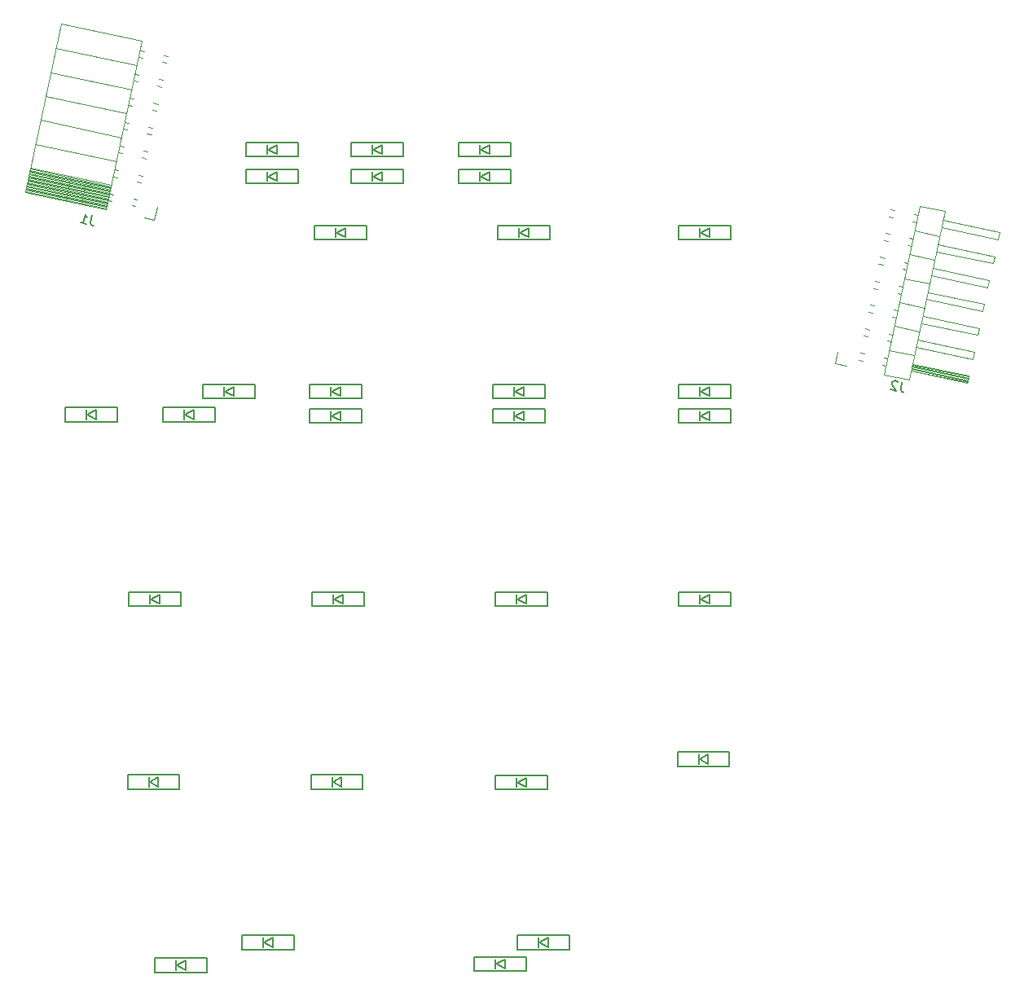
<source format=gbo>
G04 #@! TF.GenerationSoftware,KiCad,Pcbnew,(5.1.5-0-10_14)*
G04 #@! TF.CreationDate,2020-05-14T06:03:15+09:00*
G04 #@! TF.ProjectId,Colice,436f6c69-6365-42e6-9b69-6361645f7063,rev?*
G04 #@! TF.SameCoordinates,Original*
G04 #@! TF.FileFunction,Legend,Bot*
G04 #@! TF.FilePolarity,Positive*
%FSLAX46Y46*%
G04 Gerber Fmt 4.6, Leading zero omitted, Abs format (unit mm)*
G04 Created by KiCad (PCBNEW (5.1.5-0-10_14)) date 2020-05-14 06:03:15*
%MOMM*%
%LPD*%
G04 APERTURE LIST*
%ADD10C,0.120000*%
%ADD11C,0.150000*%
G04 APERTURE END LIST*
D10*
X60480383Y-42169434D02*
X68921796Y-43963712D01*
X60504936Y-42053920D02*
X68946350Y-43848197D01*
X60529489Y-41938405D02*
X68970903Y-43732683D01*
X60554043Y-41822891D02*
X68995456Y-43617169D01*
X60578596Y-41707377D02*
X69020010Y-43501654D01*
X60603149Y-41591862D02*
X69044563Y-43386140D01*
X60627703Y-41476348D02*
X69069116Y-43270626D01*
X60652256Y-41360834D02*
X69093670Y-43155111D01*
X60676809Y-41245319D02*
X69118223Y-43039597D01*
X60701363Y-41129805D02*
X69142776Y-42924083D01*
X60725916Y-41014291D02*
X69167330Y-42808568D01*
X60750469Y-40898776D02*
X69191883Y-42693054D01*
X60775023Y-40783262D02*
X69216436Y-42577540D01*
X60799576Y-40667748D02*
X69240990Y-42462025D01*
X60824129Y-40552233D02*
X69265543Y-42346511D01*
X60848683Y-40436719D02*
X69290096Y-42230997D01*
X60873236Y-40321204D02*
X69314650Y-42115482D01*
X60897789Y-40205690D02*
X69339203Y-41999968D01*
X60922343Y-40090176D02*
X69363756Y-41884454D01*
X60946896Y-39974661D02*
X69388310Y-41768939D01*
X60971449Y-39859147D02*
X69412863Y-41653425D01*
X69098521Y-43132286D02*
X69499562Y-43217530D01*
X71553672Y-43654145D02*
X71925368Y-43733151D01*
X69248218Y-42428020D02*
X69649258Y-42513264D01*
X71703368Y-42949878D02*
X72075064Y-43028885D01*
X69626617Y-40647791D02*
X70027658Y-40733035D01*
X72081768Y-41169650D02*
X72512153Y-41261131D01*
X69776314Y-39943525D02*
X70177354Y-40028769D01*
X72231464Y-40465384D02*
X72661849Y-40556865D01*
X70154713Y-38163297D02*
X70555753Y-38248540D01*
X72609863Y-38685155D02*
X73040248Y-38776636D01*
X70304409Y-37459030D02*
X70705450Y-37544274D01*
X72759560Y-37980889D02*
X73189945Y-38072370D01*
X70682808Y-35678802D02*
X71083849Y-35764045D01*
X73137959Y-36200660D02*
X73568344Y-36292141D01*
X70832505Y-34974535D02*
X71233545Y-35059779D01*
X73287655Y-35496394D02*
X73718040Y-35587875D01*
X71210904Y-33194307D02*
X71611945Y-33279551D01*
X73666055Y-33716165D02*
X74096440Y-33807646D01*
X71360601Y-32490040D02*
X71761641Y-32575284D01*
X73815751Y-33011899D02*
X74246136Y-33103380D01*
X71739000Y-30709812D02*
X72140040Y-30795056D01*
X74194150Y-31231670D02*
X74624535Y-31323151D01*
X71888696Y-30005546D02*
X72289737Y-30090789D01*
X74343847Y-30527404D02*
X74774232Y-30618885D01*
X72267096Y-28225317D02*
X72668136Y-28310561D01*
X74722246Y-28747175D02*
X75152631Y-28838656D01*
X72416792Y-27521051D02*
X72817832Y-27606294D01*
X74871942Y-28042909D02*
X75302327Y-28134390D01*
X60996004Y-39743628D02*
X69437417Y-41537906D01*
X61524099Y-37259133D02*
X69965513Y-39053411D01*
X62052195Y-34774638D02*
X70493609Y-36568916D01*
X62580291Y-32290143D02*
X71021705Y-34084421D01*
X63108386Y-29805648D02*
X71549800Y-31599926D01*
X63636482Y-27321153D02*
X72077896Y-29115431D01*
X60455433Y-42286812D02*
X68896847Y-44081090D01*
X68896847Y-44081090D02*
X72618466Y-26572247D01*
X64177053Y-24777970D02*
X72618466Y-26572247D01*
X60455433Y-42286812D02*
X64177053Y-24777970D01*
X73895181Y-45143518D02*
X74171704Y-43842582D01*
X72809437Y-44912736D02*
X73895181Y-45143518D01*
D11*
X85325000Y-120253630D02*
X86225000Y-119753630D01*
X86225000Y-119753630D02*
X86225000Y-120753630D01*
X86225000Y-120753630D02*
X85325000Y-120253630D01*
X85225000Y-119753630D02*
X85225000Y-120753630D01*
X88425000Y-119503630D02*
X83025000Y-119503630D01*
X83025000Y-119503630D02*
X83025000Y-121003630D01*
X83025000Y-121003630D02*
X88425000Y-121003630D01*
X88425000Y-121003630D02*
X88425000Y-119503630D01*
X133668750Y-101953550D02*
X133668750Y-100453550D01*
X128268750Y-101953550D02*
X133668750Y-101953550D01*
X128268750Y-100453550D02*
X128268750Y-101953550D01*
X133668750Y-100453550D02*
X128268750Y-100453550D01*
X130468750Y-100703550D02*
X130468750Y-101703550D01*
X131468750Y-101703550D02*
X130568750Y-101203550D01*
X131468750Y-100703550D02*
X131468750Y-101703550D01*
X130568750Y-101203550D02*
X131468750Y-100703550D01*
X95568750Y-104334810D02*
X95568750Y-102834810D01*
X90168750Y-104334810D02*
X95568750Y-104334810D01*
X90168750Y-102834810D02*
X90168750Y-104334810D01*
X95568750Y-102834810D02*
X90168750Y-102834810D01*
X92368750Y-103084810D02*
X92368750Y-104084810D01*
X93368750Y-104084810D02*
X92468750Y-103584810D01*
X93368750Y-103084810D02*
X93368750Y-104084810D01*
X92468750Y-103584810D02*
X93368750Y-103084810D01*
X114968000Y-47232000D02*
X114968000Y-45732000D01*
X109568000Y-47232000D02*
X114968000Y-47232000D01*
X109568000Y-45732000D02*
X109568000Y-47232000D01*
X114968000Y-45732000D02*
X109568000Y-45732000D01*
X111768000Y-45982000D02*
X111768000Y-46982000D01*
X112768000Y-46982000D02*
X111868000Y-46482000D01*
X112768000Y-45982000D02*
X112768000Y-46982000D01*
X111868000Y-46482000D02*
X112768000Y-45982000D01*
X114460000Y-66282000D02*
X114460000Y-64782000D01*
X109060000Y-66282000D02*
X114460000Y-66282000D01*
X109060000Y-64782000D02*
X109060000Y-66282000D01*
X114460000Y-64782000D02*
X109060000Y-64782000D01*
X111260000Y-65032000D02*
X111260000Y-66032000D01*
X112260000Y-66032000D02*
X111360000Y-65532000D01*
X112260000Y-65032000D02*
X112260000Y-66032000D01*
X111360000Y-65532000D02*
X112260000Y-65032000D01*
X112555000Y-123254200D02*
X112555000Y-121754200D01*
X107155000Y-123254200D02*
X112555000Y-123254200D01*
X107155000Y-121754200D02*
X107155000Y-123254200D01*
X112555000Y-121754200D02*
X107155000Y-121754200D01*
X109355000Y-122004200D02*
X109355000Y-123004200D01*
X110355000Y-123004200D02*
X109455000Y-122504200D01*
X110355000Y-122004200D02*
X110355000Y-123004200D01*
X109455000Y-122504200D02*
X110355000Y-122004200D01*
X66910000Y-65405000D02*
X67810000Y-64905000D01*
X67810000Y-64905000D02*
X67810000Y-65905000D01*
X67810000Y-65905000D02*
X66910000Y-65405000D01*
X66810000Y-64905000D02*
X66810000Y-65905000D01*
X70010000Y-64655000D02*
X64610000Y-64655000D01*
X64610000Y-64655000D02*
X64610000Y-66155000D01*
X64610000Y-66155000D02*
X70010000Y-66155000D01*
X70010000Y-66155000D02*
X70010000Y-64655000D01*
X80170000Y-66155000D02*
X80170000Y-64655000D01*
X74770000Y-66155000D02*
X80170000Y-66155000D01*
X74770000Y-64655000D02*
X74770000Y-66155000D01*
X80170000Y-64655000D02*
X74770000Y-64655000D01*
X76970000Y-64905000D02*
X76970000Y-65905000D01*
X77970000Y-65905000D02*
X77070000Y-65405000D01*
X77970000Y-64905000D02*
X77970000Y-65905000D01*
X77070000Y-65405000D02*
X77970000Y-64905000D01*
X73514000Y-84582000D02*
X74414000Y-84082000D01*
X74414000Y-84082000D02*
X74414000Y-85082000D01*
X74414000Y-85082000D02*
X73514000Y-84582000D01*
X73414000Y-84082000D02*
X73414000Y-85082000D01*
X76614000Y-83832000D02*
X71214000Y-83832000D01*
X71214000Y-83832000D02*
X71214000Y-85332000D01*
X71214000Y-85332000D02*
X76614000Y-85332000D01*
X76614000Y-85332000D02*
X76614000Y-83832000D01*
X73418750Y-103584810D02*
X74318750Y-103084810D01*
X74318750Y-103084810D02*
X74318750Y-104084810D01*
X74318750Y-104084810D02*
X73418750Y-103584810D01*
X73318750Y-103084810D02*
X73318750Y-104084810D01*
X76518750Y-102834810D02*
X71118750Y-102834810D01*
X71118750Y-102834810D02*
X71118750Y-104334810D01*
X71118750Y-104334810D02*
X76518750Y-104334810D01*
X76518750Y-104334810D02*
X76518750Y-102834810D01*
X79366601Y-123390115D02*
X79366601Y-121890115D01*
X73966601Y-123390115D02*
X79366601Y-123390115D01*
X73966601Y-121890115D02*
X73966601Y-123390115D01*
X79366601Y-121890115D02*
X73966601Y-121890115D01*
X76166601Y-122140115D02*
X76166601Y-123140115D01*
X77166601Y-123140115D02*
X76266601Y-122640115D01*
X77166601Y-122140115D02*
X77166601Y-123140115D01*
X76266601Y-122640115D02*
X77166601Y-122140115D01*
X92310000Y-62992000D02*
X93210000Y-62492000D01*
X93210000Y-62492000D02*
X93210000Y-63492000D01*
X93210000Y-63492000D02*
X92310000Y-62992000D01*
X92210000Y-62492000D02*
X92210000Y-63492000D01*
X95410000Y-62242000D02*
X90010000Y-62242000D01*
X90010000Y-62242000D02*
X90010000Y-63742000D01*
X90010000Y-63742000D02*
X95410000Y-63742000D01*
X95410000Y-63742000D02*
X95410000Y-62242000D01*
X95918000Y-47232000D02*
X95918000Y-45732000D01*
X90518000Y-47232000D02*
X95918000Y-47232000D01*
X90518000Y-45732000D02*
X90518000Y-47232000D01*
X95918000Y-45732000D02*
X90518000Y-45732000D01*
X92718000Y-45982000D02*
X92718000Y-46982000D01*
X93718000Y-46982000D02*
X92818000Y-46482000D01*
X93718000Y-45982000D02*
X93718000Y-46982000D01*
X92818000Y-46482000D02*
X93718000Y-45982000D01*
X92310000Y-65532000D02*
X93210000Y-65032000D01*
X93210000Y-65032000D02*
X93210000Y-66032000D01*
X93210000Y-66032000D02*
X92310000Y-65532000D01*
X92210000Y-65032000D02*
X92210000Y-66032000D01*
X95410000Y-64782000D02*
X90010000Y-64782000D01*
X90010000Y-64782000D02*
X90010000Y-66282000D01*
X90010000Y-66282000D02*
X95410000Y-66282000D01*
X95410000Y-66282000D02*
X95410000Y-64782000D01*
X92564000Y-84582000D02*
X93464000Y-84082000D01*
X93464000Y-84082000D02*
X93464000Y-85082000D01*
X93464000Y-85082000D02*
X92564000Y-84582000D01*
X92464000Y-84082000D02*
X92464000Y-85082000D01*
X95664000Y-83832000D02*
X90264000Y-83832000D01*
X90264000Y-83832000D02*
X90264000Y-85332000D01*
X90264000Y-85332000D02*
X95664000Y-85332000D01*
X95664000Y-85332000D02*
X95664000Y-83832000D01*
X111360000Y-62992000D02*
X112260000Y-62492000D01*
X112260000Y-62492000D02*
X112260000Y-63492000D01*
X112260000Y-63492000D02*
X111360000Y-62992000D01*
X111260000Y-62492000D02*
X111260000Y-63492000D01*
X114460000Y-62242000D02*
X109060000Y-62242000D01*
X109060000Y-62242000D02*
X109060000Y-63742000D01*
X109060000Y-63742000D02*
X114460000Y-63742000D01*
X114460000Y-63742000D02*
X114460000Y-62242000D01*
X114714000Y-85332000D02*
X114714000Y-83832000D01*
X109314000Y-85332000D02*
X114714000Y-85332000D01*
X109314000Y-83832000D02*
X109314000Y-85332000D01*
X114714000Y-83832000D02*
X109314000Y-83832000D01*
X111514000Y-84082000D02*
X111514000Y-85082000D01*
X112514000Y-85082000D02*
X111614000Y-84582000D01*
X112514000Y-84082000D02*
X112514000Y-85082000D01*
X111614000Y-84582000D02*
X112514000Y-84082000D01*
X114714000Y-104382000D02*
X114714000Y-102882000D01*
X109314000Y-104382000D02*
X114714000Y-104382000D01*
X109314000Y-102882000D02*
X109314000Y-104382000D01*
X114714000Y-102882000D02*
X109314000Y-102882000D01*
X111514000Y-103132000D02*
X111514000Y-104132000D01*
X112514000Y-104132000D02*
X111614000Y-103632000D01*
X112514000Y-103132000D02*
X112514000Y-104132000D01*
X111614000Y-103632000D02*
X112514000Y-103132000D01*
X130664000Y-62992000D02*
X131564000Y-62492000D01*
X131564000Y-62492000D02*
X131564000Y-63492000D01*
X131564000Y-63492000D02*
X130664000Y-62992000D01*
X130564000Y-62492000D02*
X130564000Y-63492000D01*
X133764000Y-62242000D02*
X128364000Y-62242000D01*
X128364000Y-62242000D02*
X128364000Y-63742000D01*
X128364000Y-63742000D02*
X133764000Y-63742000D01*
X133764000Y-63742000D02*
X133764000Y-62242000D01*
X133764000Y-47232000D02*
X133764000Y-45732000D01*
X128364000Y-47232000D02*
X133764000Y-47232000D01*
X128364000Y-45732000D02*
X128364000Y-47232000D01*
X133764000Y-45732000D02*
X128364000Y-45732000D01*
X130564000Y-45982000D02*
X130564000Y-46982000D01*
X131564000Y-46982000D02*
X130664000Y-46482000D01*
X131564000Y-45982000D02*
X131564000Y-46982000D01*
X130664000Y-46482000D02*
X131564000Y-45982000D01*
X133764000Y-66282000D02*
X133764000Y-64782000D01*
X128364000Y-66282000D02*
X133764000Y-66282000D01*
X128364000Y-64782000D02*
X128364000Y-66282000D01*
X133764000Y-64782000D02*
X128364000Y-64782000D01*
X130564000Y-65032000D02*
X130564000Y-66032000D01*
X131564000Y-66032000D02*
X130664000Y-65532000D01*
X131564000Y-65032000D02*
X131564000Y-66032000D01*
X130664000Y-65532000D02*
X131564000Y-65032000D01*
X133764000Y-85332000D02*
X133764000Y-83832000D01*
X128364000Y-85332000D02*
X133764000Y-85332000D01*
X128364000Y-83832000D02*
X128364000Y-85332000D01*
X133764000Y-83832000D02*
X128364000Y-83832000D01*
X130564000Y-84082000D02*
X130564000Y-85082000D01*
X131564000Y-85082000D02*
X130664000Y-84582000D01*
X131564000Y-84082000D02*
X131564000Y-85082000D01*
X130664000Y-84582000D02*
X131564000Y-84082000D01*
D10*
X149732545Y-61229145D02*
X153454164Y-43720303D01*
X153454164Y-43720303D02*
X156056037Y-44273348D01*
X156056037Y-44273348D02*
X152334418Y-61782190D01*
X152334418Y-61782190D02*
X149732545Y-61229145D01*
X152531934Y-60852950D02*
X158400819Y-62100420D01*
X158400819Y-62100420D02*
X158558832Y-61357028D01*
X158558832Y-61357028D02*
X152689947Y-60109558D01*
X152544408Y-60794261D02*
X158413294Y-62041731D01*
X152569358Y-60676883D02*
X158438243Y-61924353D01*
X152594307Y-60559505D02*
X158463193Y-61806976D01*
X152619257Y-60442128D02*
X158488142Y-61689598D01*
X152644206Y-60324750D02*
X158513092Y-61572220D01*
X152669155Y-60207372D02*
X158538041Y-61454842D01*
X149541667Y-60217349D02*
X149930061Y-60299905D01*
X149699680Y-59473957D02*
X150088074Y-59556512D01*
X147122777Y-59703198D02*
X147501390Y-59783675D01*
X147280790Y-58959806D02*
X147659403Y-59040282D01*
X150273115Y-58685961D02*
X152874988Y-59239006D01*
X153060029Y-58368455D02*
X158928915Y-59615925D01*
X158928915Y-59615925D02*
X159086928Y-58872533D01*
X159086928Y-58872533D02*
X153218042Y-57625063D01*
X150069763Y-57732854D02*
X150458157Y-57815410D01*
X150227776Y-56989462D02*
X150616170Y-57072018D01*
X147585268Y-57204758D02*
X148029486Y-57299180D01*
X147743281Y-56461366D02*
X148187499Y-56555788D01*
X150801211Y-56201466D02*
X153403084Y-56754511D01*
X153588125Y-55883960D02*
X159457011Y-57131430D01*
X159457011Y-57131430D02*
X159615024Y-56388038D01*
X159615024Y-56388038D02*
X153746138Y-55140568D01*
X150597858Y-55248359D02*
X150986252Y-55330915D01*
X150755871Y-54504967D02*
X151144265Y-54587523D01*
X148113363Y-54720263D02*
X148557581Y-54814685D01*
X148271376Y-53976871D02*
X148715594Y-54071293D01*
X151329307Y-53716971D02*
X153931179Y-54270016D01*
X154116221Y-53399465D02*
X159985106Y-54646935D01*
X159985106Y-54646935D02*
X160143119Y-53903543D01*
X160143119Y-53903543D02*
X154274234Y-52656073D01*
X151125954Y-52763864D02*
X151514348Y-52846420D01*
X151283967Y-52020472D02*
X151672361Y-52103028D01*
X148641459Y-52235769D02*
X149085677Y-52330190D01*
X148799472Y-51492376D02*
X149243690Y-51586798D01*
X151857402Y-51232476D02*
X154459275Y-51785521D01*
X154644316Y-50914970D02*
X160513202Y-52162440D01*
X160513202Y-52162440D02*
X160671215Y-51419048D01*
X160671215Y-51419048D02*
X154802329Y-50171578D01*
X151654050Y-50279369D02*
X152042444Y-50361925D01*
X151812063Y-49535977D02*
X152200457Y-49618533D01*
X149169555Y-49751274D02*
X149613773Y-49845695D01*
X149327568Y-49007881D02*
X149771786Y-49102303D01*
X152385498Y-48747981D02*
X154987371Y-49301027D01*
X155172412Y-48430475D02*
X161041298Y-49677945D01*
X161041298Y-49677945D02*
X161199311Y-48934553D01*
X161199311Y-48934553D02*
X155330425Y-47687083D01*
X152182145Y-47794874D02*
X152570539Y-47877430D01*
X152340158Y-47051482D02*
X152728552Y-47134038D01*
X149697651Y-47266779D02*
X150141868Y-47361200D01*
X149855663Y-46523387D02*
X150299881Y-46617808D01*
X152913594Y-46263487D02*
X155515466Y-46816532D01*
X155700508Y-45945980D02*
X161569393Y-47193450D01*
X161569393Y-47193450D02*
X161727406Y-46450058D01*
X161727406Y-46450058D02*
X155858521Y-45202588D01*
X152710241Y-45310379D02*
X153098635Y-45392935D01*
X152868254Y-44566987D02*
X153256648Y-44649543D01*
X150225746Y-44782284D02*
X150669964Y-44876705D01*
X150383759Y-44038892D02*
X150827977Y-44133313D01*
X144873793Y-58836672D02*
X144609745Y-60078920D01*
X144609745Y-60078920D02*
X145851992Y-60342967D01*
D11*
X117000000Y-121003630D02*
X117000000Y-119503630D01*
X111600000Y-121003630D02*
X117000000Y-121003630D01*
X111600000Y-119503630D02*
X111600000Y-121003630D01*
X117000000Y-119503630D02*
X111600000Y-119503630D01*
X113800000Y-119753630D02*
X113800000Y-120753630D01*
X114800000Y-120753630D02*
X113900000Y-120253630D01*
X114800000Y-119753630D02*
X114800000Y-120753630D01*
X113900000Y-120253630D02*
X114800000Y-119753630D01*
X81264000Y-62992000D02*
X82164000Y-62492000D01*
X82164000Y-62492000D02*
X82164000Y-63492000D01*
X82164000Y-63492000D02*
X81264000Y-62992000D01*
X81164000Y-62492000D02*
X81164000Y-63492000D01*
X84364000Y-62242000D02*
X78964000Y-62242000D01*
X78964000Y-62242000D02*
X78964000Y-63742000D01*
X78964000Y-63742000D02*
X84364000Y-63742000D01*
X84364000Y-63742000D02*
X84364000Y-62242000D01*
X110904000Y-41390000D02*
X110904000Y-39890000D01*
X105504000Y-41390000D02*
X110904000Y-41390000D01*
X105504000Y-39890000D02*
X105504000Y-41390000D01*
X110904000Y-39890000D02*
X105504000Y-39890000D01*
X107704000Y-40140000D02*
X107704000Y-41140000D01*
X108704000Y-41140000D02*
X107804000Y-40640000D01*
X108704000Y-40140000D02*
X108704000Y-41140000D01*
X107804000Y-40640000D02*
X108704000Y-40140000D01*
X85706000Y-37846000D02*
X86606000Y-37346000D01*
X86606000Y-37346000D02*
X86606000Y-38346000D01*
X86606000Y-38346000D02*
X85706000Y-37846000D01*
X85606000Y-37346000D02*
X85606000Y-38346000D01*
X88806000Y-37096000D02*
X83406000Y-37096000D01*
X83406000Y-37096000D02*
X83406000Y-38596000D01*
X83406000Y-38596000D02*
X88806000Y-38596000D01*
X88806000Y-38596000D02*
X88806000Y-37096000D01*
X88806000Y-41390000D02*
X88806000Y-39890000D01*
X83406000Y-41390000D02*
X88806000Y-41390000D01*
X83406000Y-39890000D02*
X83406000Y-41390000D01*
X88806000Y-39890000D02*
X83406000Y-39890000D01*
X85606000Y-40140000D02*
X85606000Y-41140000D01*
X86606000Y-41140000D02*
X85706000Y-40640000D01*
X86606000Y-40140000D02*
X86606000Y-41140000D01*
X85706000Y-40640000D02*
X86606000Y-40140000D01*
X96628000Y-37846000D02*
X97528000Y-37346000D01*
X97528000Y-37346000D02*
X97528000Y-38346000D01*
X97528000Y-38346000D02*
X96628000Y-37846000D01*
X96528000Y-37346000D02*
X96528000Y-38346000D01*
X99728000Y-37096000D02*
X94328000Y-37096000D01*
X94328000Y-37096000D02*
X94328000Y-38596000D01*
X94328000Y-38596000D02*
X99728000Y-38596000D01*
X99728000Y-38596000D02*
X99728000Y-37096000D01*
X99728000Y-41390000D02*
X99728000Y-39890000D01*
X94328000Y-41390000D02*
X99728000Y-41390000D01*
X94328000Y-39890000D02*
X94328000Y-41390000D01*
X99728000Y-39890000D02*
X94328000Y-39890000D01*
X96528000Y-40140000D02*
X96528000Y-41140000D01*
X97528000Y-41140000D02*
X96628000Y-40640000D01*
X97528000Y-40140000D02*
X97528000Y-41140000D01*
X96628000Y-40640000D02*
X97528000Y-40140000D01*
X107804000Y-37846000D02*
X108704000Y-37346000D01*
X108704000Y-37346000D02*
X108704000Y-38346000D01*
X108704000Y-38346000D02*
X107804000Y-37846000D01*
X107704000Y-37346000D02*
X107704000Y-38346000D01*
X110904000Y-37096000D02*
X105504000Y-37096000D01*
X105504000Y-37096000D02*
X105504000Y-38596000D01*
X105504000Y-38596000D02*
X110904000Y-38596000D01*
X110904000Y-38596000D02*
X110904000Y-37096000D01*
X67423416Y-44680219D02*
X67274908Y-45378896D01*
X67291785Y-45528532D01*
X67365140Y-45641490D01*
X67494975Y-45717770D01*
X67588132Y-45737571D01*
X66237357Y-45450455D02*
X66796298Y-45569262D01*
X66516828Y-45509858D02*
X66724739Y-44531711D01*
X66788194Y-44691247D01*
X66861550Y-44804205D01*
X66944807Y-44870585D01*
X151615410Y-62030507D02*
X151466902Y-62729184D01*
X151483779Y-62878820D01*
X151557134Y-62991778D01*
X151686969Y-63068058D01*
X151780126Y-63087859D01*
X151176403Y-62034559D02*
X151139725Y-61978080D01*
X151056469Y-61911700D01*
X150823576Y-61862198D01*
X150720519Y-61888975D01*
X150664040Y-61925653D01*
X150597660Y-62008909D01*
X150577859Y-62102066D01*
X150594736Y-62251702D01*
X151034871Y-62929450D01*
X150429351Y-62800743D01*
M02*

</source>
